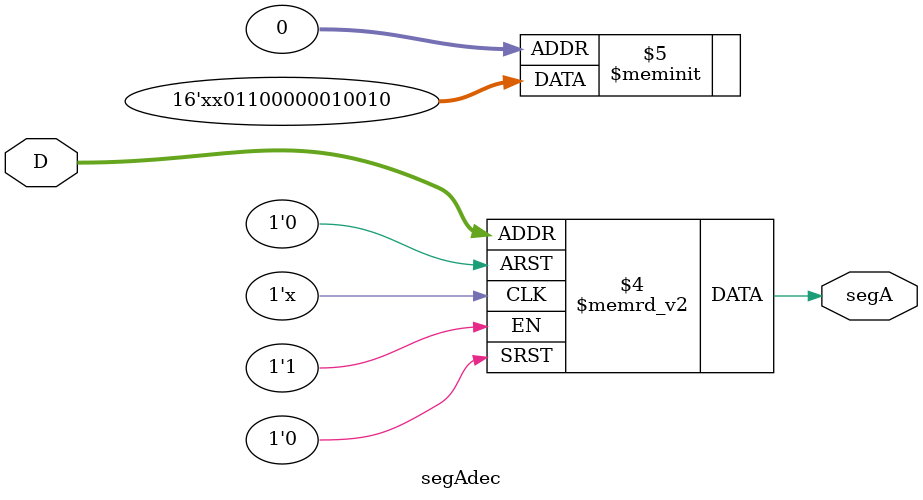
<source format=sv>

module segAdec
(
	input [3:0] D,
	output reg segA
);

always @ (*) begin
	case (D)
	4'h1, 4'h4, 4'hB, 4'hC: segA = 1'b1; 
	4'h0, 4'h2, 4'h3, 4'h5, 4'h6, 4'h7, 4'h8, 4'h9, 4'hA, 4'hD : segA = 1'b0; 
	default : segA = 1'bx; 
	endcase
end
endmodule

</source>
